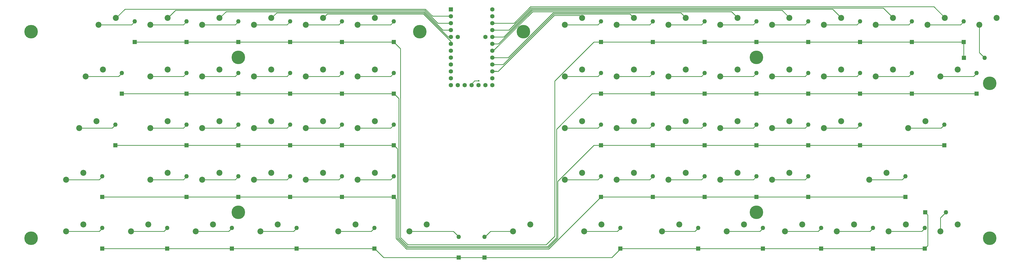
<source format=gtl>
G04 #@! TF.GenerationSoftware,KiCad,Pcbnew,7.0.5*
G04 #@! TF.CreationDate,2023-08-06T16:41:53+02:00*
G04 #@! TF.ProjectId,lumberjack,6c756d62-6572-46a6-9163-6b2e6b696361,1.7*
G04 #@! TF.SameCoordinates,Original*
G04 #@! TF.FileFunction,Copper,L1,Top*
G04 #@! TF.FilePolarity,Positive*
%FSLAX46Y46*%
G04 Gerber Fmt 4.6, Leading zero omitted, Abs format (unit mm)*
G04 Created by KiCad (PCBNEW 7.0.5) date 2023-08-06 16:41:53*
%MOMM*%
%LPD*%
G01*
G04 APERTURE LIST*
G04 #@! TA.AperFunction,ComponentPad*
%ADD10C,2.200000*%
G04 #@! TD*
G04 #@! TA.AperFunction,WasherPad*
%ADD11C,5.000000*%
G04 #@! TD*
G04 #@! TA.AperFunction,ComponentPad*
%ADD12R,1.600000X1.600000*%
G04 #@! TD*
G04 #@! TA.AperFunction,ComponentPad*
%ADD13O,1.600000X1.600000*%
G04 #@! TD*
G04 #@! TA.AperFunction,ComponentPad*
%ADD14C,1.600000*%
G04 #@! TD*
G04 #@! TA.AperFunction,ViaPad*
%ADD15C,0.600000*%
G04 #@! TD*
G04 #@! TA.AperFunction,Conductor*
%ADD16C,0.250000*%
G04 #@! TD*
G04 APERTURE END LIST*
D10*
X269240000Y-90170000D03*
X262890000Y-92710000D03*
X331152500Y-52070000D03*
X324802500Y-54610000D03*
X193040000Y-52070000D03*
X186690000Y-54610000D03*
X81121250Y-109220000D03*
X74771250Y-111760000D03*
X116840000Y-71120000D03*
X110490000Y-73660000D03*
X250190000Y-71120000D03*
X243840000Y-73660000D03*
X193040000Y-90170000D03*
X186690000Y-92710000D03*
X319246250Y-71120000D03*
X312896250Y-73660000D03*
X59690000Y-33020000D03*
X53340000Y-35560000D03*
X331152500Y-109220000D03*
X324802500Y-111760000D03*
D11*
X133350000Y-38100000D03*
D10*
X250190000Y-33020000D03*
X243840000Y-35560000D03*
X228758750Y-109220000D03*
X222408750Y-111760000D03*
D12*
X157162500Y-121410000D03*
D13*
X157162500Y-113790000D03*
D10*
X269240000Y-52070000D03*
X262890000Y-54610000D03*
D14*
X152400000Y-57805000D03*
D12*
X144780000Y-29865000D03*
D14*
X144780000Y-32405000D03*
X144780000Y-34945000D03*
X144780000Y-37485000D03*
X144780000Y-40025000D03*
X144780000Y-42565000D03*
X144780000Y-45105000D03*
X144780000Y-47645000D03*
X144780000Y-50185000D03*
X144780000Y-52725000D03*
X144780000Y-55265000D03*
X144780000Y-57805000D03*
X147320000Y-57805000D03*
X149860000Y-57805000D03*
X154940000Y-57805000D03*
X157480000Y-57805000D03*
X160020000Y-57805000D03*
X160020000Y-55265000D03*
X160020000Y-52725000D03*
X160020000Y-50185000D03*
X160020000Y-47645000D03*
X160020000Y-45105000D03*
X160020000Y-42565000D03*
X160020000Y-40025000D03*
X160020000Y-37485000D03*
X160020000Y-34945000D03*
X160020000Y-32405000D03*
X160020000Y-29865000D03*
X147320000Y-40025000D03*
X157480000Y-40025000D03*
D10*
X307340000Y-33020000D03*
X300990000Y-35560000D03*
D11*
X66675000Y-104775000D03*
D10*
X57308750Y-109220000D03*
X50958750Y-111760000D03*
X116840000Y-90170000D03*
X110490000Y-92710000D03*
X59690000Y-90170000D03*
X53340000Y-92710000D03*
D11*
X257175000Y-104775000D03*
D10*
X212090000Y-52070000D03*
X205740000Y-54610000D03*
D11*
X342900000Y-114300000D03*
D10*
X304958750Y-90170000D03*
X298608750Y-92710000D03*
X78740000Y-90170000D03*
X72390000Y-92710000D03*
X78740000Y-52070000D03*
X72390000Y-54610000D03*
X212090000Y-90170000D03*
X205740000Y-92710000D03*
X307340000Y-52070000D03*
X300990000Y-54610000D03*
X231140000Y-33020000D03*
X224790000Y-35560000D03*
X269240000Y-33020000D03*
X262890000Y-35560000D03*
X78740000Y-71120000D03*
X72390000Y-73660000D03*
X288290000Y-33020000D03*
X281940000Y-35560000D03*
D11*
X171450000Y-38100000D03*
D10*
X59690000Y-71120000D03*
X53340000Y-73660000D03*
X9683750Y-90170000D03*
X3333750Y-92710000D03*
X173990000Y-109220000D03*
X167640000Y-111760000D03*
X97790000Y-90170000D03*
X91440000Y-92710000D03*
X193040000Y-71120000D03*
X186690000Y-73660000D03*
X116840000Y-33020000D03*
X110490000Y-35560000D03*
X326390000Y-33020000D03*
X320040000Y-35560000D03*
X33496250Y-109220000D03*
X27146250Y-111760000D03*
X40640000Y-71120000D03*
X34290000Y-73660000D03*
D11*
X-9525000Y-38100000D03*
D10*
X40640000Y-33020000D03*
X34290000Y-35560000D03*
X97790000Y-71120000D03*
X91440000Y-73660000D03*
X288290000Y-71120000D03*
X281940000Y-73660000D03*
X252571250Y-109220000D03*
X246221250Y-111760000D03*
X14446250Y-71120000D03*
X8096250Y-73660000D03*
X293052500Y-109220000D03*
X286702500Y-111760000D03*
X97790000Y-52070000D03*
X91440000Y-54610000D03*
X21590000Y-33020000D03*
X15240000Y-35560000D03*
D11*
X66675000Y-47625000D03*
D10*
X231140000Y-71120000D03*
X224790000Y-73660000D03*
D12*
X147637500Y-121410000D03*
D13*
X147637500Y-113790000D03*
D10*
X200183750Y-109220000D03*
X193833750Y-111760000D03*
D11*
X257175000Y-47625000D03*
D10*
X109696250Y-109220000D03*
X103346250Y-111760000D03*
X274002500Y-109220000D03*
X267652500Y-111760000D03*
X40640000Y-52070000D03*
X34290000Y-54610000D03*
X9683750Y-109220000D03*
X3333750Y-111760000D03*
X345440000Y-33020000D03*
X339090000Y-35560000D03*
X231140000Y-90170000D03*
X224790000Y-92710000D03*
X40640000Y-90170000D03*
X34290000Y-92710000D03*
X212090000Y-33020000D03*
X205740000Y-35560000D03*
X288290000Y-52070000D03*
X281940000Y-54610000D03*
X97790000Y-33020000D03*
X91440000Y-35560000D03*
D11*
X-9525000Y-114300000D03*
D10*
X78740000Y-33020000D03*
X72390000Y-35560000D03*
X250190000Y-52070000D03*
X243840000Y-54610000D03*
X135890000Y-109220000D03*
X129540000Y-111760000D03*
X212090000Y-71120000D03*
X205740000Y-73660000D03*
D11*
X342900000Y-57150000D03*
D10*
X231140000Y-52070000D03*
X224790000Y-54610000D03*
X250190000Y-90170000D03*
X243840000Y-92710000D03*
X16827500Y-52070000D03*
X10477500Y-54610000D03*
X269240000Y-71120000D03*
X262890000Y-73660000D03*
X116840000Y-52070000D03*
X110490000Y-54610000D03*
X193040000Y-33020000D03*
X186690000Y-35560000D03*
X59690000Y-52070000D03*
X53340000Y-54610000D03*
X312102500Y-109220000D03*
X305752500Y-111760000D03*
D12*
X104730500Y-41929000D03*
D13*
X104730500Y-34309000D03*
D12*
X219030500Y-99079000D03*
D13*
X219030500Y-91459000D03*
D12*
X123780500Y-60979000D03*
D13*
X123780500Y-53359000D03*
D12*
X314280500Y-60979000D03*
D13*
X314280500Y-53359000D03*
D12*
X333330500Y-41929000D03*
D13*
X333330500Y-34309000D03*
D12*
X85680500Y-60979000D03*
D13*
X85680500Y-53359000D03*
D12*
X199980500Y-41929000D03*
D13*
X199980500Y-34309000D03*
D12*
X47580500Y-99079000D03*
D13*
X47580500Y-91459000D03*
D12*
X40436750Y-118129000D03*
D13*
X40436750Y-110509000D03*
D12*
X47580500Y-60979000D03*
D13*
X47580500Y-53359000D03*
D12*
X276180500Y-99079000D03*
D13*
X276180500Y-91459000D03*
D12*
X219030500Y-60979000D03*
D13*
X219030500Y-53359000D03*
D12*
X238080500Y-99079000D03*
D13*
X238080500Y-91459000D03*
D12*
X338093000Y-60979000D03*
D13*
X338093000Y-53359000D03*
D12*
X23768000Y-60979000D03*
D13*
X23768000Y-53359000D03*
D12*
X104730500Y-60979000D03*
D13*
X104730500Y-53359000D03*
D12*
X21386750Y-80029000D03*
D13*
X21386750Y-72409000D03*
D12*
X299993000Y-118129000D03*
D13*
X299993000Y-110509000D03*
D12*
X64249250Y-118129000D03*
D13*
X64249250Y-110509000D03*
D12*
X257130500Y-60979000D03*
D13*
X257130500Y-53359000D03*
D12*
X199980500Y-99079000D03*
D13*
X199980500Y-91459000D03*
D12*
X47580500Y-41929000D03*
D13*
X47580500Y-34309000D03*
D12*
X85680500Y-41929000D03*
D13*
X85680500Y-34309000D03*
D12*
X47580500Y-80029000D03*
D13*
X47580500Y-72409000D03*
D12*
X85680500Y-99079000D03*
D13*
X85680500Y-91459000D03*
D12*
X295230500Y-80029000D03*
D13*
X295230500Y-72409000D03*
D12*
X276180500Y-60979000D03*
D13*
X276180500Y-53359000D03*
D12*
X66630500Y-41929000D03*
D13*
X66630500Y-34309000D03*
D12*
X219030500Y-80029000D03*
D13*
X219030500Y-72409000D03*
D12*
X276180500Y-80029000D03*
D13*
X276180500Y-72409000D03*
D12*
X311899250Y-99079000D03*
D13*
X311899250Y-91459000D03*
D12*
X219030500Y-41929000D03*
D13*
X219030500Y-34309000D03*
D12*
X28530500Y-41929000D03*
D13*
X28530500Y-34309000D03*
D12*
X88061750Y-118129000D03*
D13*
X88061750Y-110509000D03*
D12*
X333440000Y-47750000D03*
D13*
X341060000Y-47750000D03*
D12*
X257130500Y-99079000D03*
D13*
X257130500Y-91459000D03*
X326810000Y-104750000D03*
D12*
X319190000Y-104750000D03*
X238080500Y-60979000D03*
D13*
X238080500Y-53359000D03*
D12*
X319043000Y-118129000D03*
D13*
X319043000Y-110509000D03*
D12*
X257130500Y-41929000D03*
D13*
X257130500Y-34309000D03*
D12*
X104730500Y-99079000D03*
D13*
X104730500Y-91459000D03*
D12*
X295230500Y-60979000D03*
D13*
X295230500Y-53359000D03*
D12*
X123780500Y-80029000D03*
D13*
X123780500Y-72409000D03*
D12*
X66630500Y-80029000D03*
D13*
X66630500Y-72409000D03*
D12*
X207124250Y-118129000D03*
D13*
X207124250Y-110509000D03*
D12*
X257130500Y-80029000D03*
D13*
X257130500Y-72409000D03*
D12*
X280943000Y-118129000D03*
D13*
X280943000Y-110509000D03*
D12*
X235699250Y-118129000D03*
D13*
X235699250Y-110509000D03*
D12*
X238080500Y-80029000D03*
D13*
X238080500Y-72409000D03*
D12*
X199980500Y-80029000D03*
D13*
X199980500Y-72409000D03*
D12*
X85680500Y-80029000D03*
D13*
X85680500Y-72409000D03*
D12*
X66630500Y-60979000D03*
D13*
X66630500Y-53359000D03*
D12*
X104730500Y-80029000D03*
D13*
X104730500Y-72409000D03*
D12*
X314280500Y-41929000D03*
D13*
X314280500Y-34309000D03*
D12*
X16624250Y-99079000D03*
D13*
X16624250Y-91459000D03*
D12*
X123780500Y-41929000D03*
D13*
X123780500Y-34309000D03*
D12*
X123780500Y-99079000D03*
D13*
X123780500Y-91459000D03*
D12*
X259511750Y-118129000D03*
D13*
X259511750Y-110509000D03*
D12*
X238080500Y-41929000D03*
D13*
X238080500Y-34309000D03*
D12*
X116636750Y-118129000D03*
D13*
X116636750Y-110509000D03*
D12*
X276180500Y-41929000D03*
D13*
X276180500Y-34309000D03*
D12*
X295230500Y-41929000D03*
D13*
X295230500Y-34309000D03*
D12*
X16624250Y-118129000D03*
D13*
X16624250Y-110509000D03*
D12*
X199980500Y-60979000D03*
D13*
X199980500Y-53359000D03*
D12*
X326186750Y-80029000D03*
D13*
X326186750Y-72409000D03*
D12*
X66630500Y-99079000D03*
D13*
X66630500Y-91459000D03*
D15*
X155067502Y-56247500D03*
D16*
X324802500Y-106757500D02*
X326810000Y-104750000D01*
X324802500Y-111760000D02*
X324802500Y-106757500D01*
X320168000Y-105728000D02*
X319190000Y-104750000D01*
X320168000Y-117004000D02*
X320168000Y-105728000D01*
X319043000Y-118129000D02*
X320168000Y-117004000D01*
X126250000Y-114012412D02*
X126250000Y-44398500D01*
X183000000Y-56284745D02*
X183000000Y-113500000D01*
X183000000Y-113500000D02*
X179825000Y-116675000D01*
X128912588Y-116675000D02*
X126250000Y-114012412D01*
X126250000Y-44398500D02*
X123780500Y-41929000D01*
X197355745Y-41929000D02*
X183000000Y-56284745D01*
X179825000Y-116675000D02*
X128912588Y-116675000D01*
X199980500Y-41929000D02*
X197355745Y-41929000D01*
X199980500Y-41929000D02*
X219030500Y-41929000D01*
X219030500Y-41929000D02*
X238080500Y-41929000D01*
X238080500Y-41929000D02*
X257130500Y-41929000D01*
X257130500Y-41929000D02*
X276180500Y-41929000D01*
X276180500Y-41929000D02*
X295230500Y-41929000D01*
X295230500Y-41929000D02*
X314280500Y-41929000D01*
X333330500Y-41929000D02*
X314280500Y-41929000D01*
X339090000Y-35560000D02*
X339090000Y-45780000D01*
X339090000Y-45780000D02*
X341060000Y-47750000D01*
X333330500Y-47640500D02*
X333440000Y-47750000D01*
X333330500Y-41929000D02*
X333330500Y-47640500D01*
X123908250Y-41929000D02*
X28658250Y-41929000D01*
X27407250Y-35560000D02*
X15367750Y-35560000D01*
X28658250Y-34309000D02*
X27407250Y-35560000D01*
X183627750Y-74072250D02*
X196721000Y-60979000D01*
X196721000Y-60979000D02*
X338220750Y-60979000D01*
X125627750Y-114136396D02*
X128841354Y-117350000D01*
X123908250Y-60979000D02*
X125627750Y-62698500D01*
X125627750Y-62698500D02*
X125627750Y-114136396D01*
X23895750Y-60979000D02*
X123908250Y-60979000D01*
X128841354Y-117350000D02*
X180414146Y-117350000D01*
X183627750Y-114136396D02*
X183627750Y-74072250D01*
X180414146Y-117350000D02*
X183627750Y-114136396D01*
X47708250Y-34309000D02*
X46457250Y-35560000D01*
X46457250Y-35560000D02*
X34417750Y-35560000D01*
X184100000Y-114300542D02*
X184100000Y-93284745D01*
X128654958Y-117800000D02*
X180600542Y-117800000D01*
X125127750Y-81248500D02*
X125127750Y-114272792D01*
X197355745Y-80029000D02*
X326314500Y-80029000D01*
X123908250Y-80029000D02*
X125127750Y-81248500D01*
X125127750Y-114272792D02*
X128654958Y-117800000D01*
X180600542Y-117800000D02*
X184100000Y-114300542D01*
X21514500Y-80029000D02*
X123908250Y-80029000D01*
X184100000Y-93284745D02*
X197355745Y-80029000D01*
X66758250Y-34309000D02*
X65507250Y-35560000D01*
X65507250Y-35560000D02*
X53467750Y-35560000D01*
X128468562Y-118250000D02*
X180786938Y-118250000D01*
X199957938Y-99079000D02*
X312027000Y-99079000D01*
X180786938Y-118250000D02*
X199957938Y-99079000D01*
X124627750Y-114409188D02*
X128468562Y-118250000D01*
X123908250Y-99079000D02*
X124627750Y-99798500D01*
X16752000Y-99079000D02*
X123908250Y-99079000D01*
X124627750Y-99798500D02*
X124627750Y-114409188D01*
X84557250Y-35560000D02*
X72517750Y-35560000D01*
X85808250Y-34309000D02*
X84557250Y-35560000D01*
X300120750Y-118129000D02*
X319170750Y-118129000D01*
X40564500Y-118129000D02*
X64377000Y-118129000D01*
X259639500Y-118129000D02*
X281070750Y-118129000D01*
X116764500Y-118129000D02*
X120045500Y-121410000D01*
X203971000Y-121410000D02*
X207252000Y-118129000D01*
X88189500Y-118129000D02*
X116764500Y-118129000D01*
X207252000Y-118129000D02*
X235827000Y-118129000D01*
X281070750Y-118129000D02*
X300120750Y-118129000D01*
X235827000Y-118129000D02*
X259639500Y-118129000D01*
X16752000Y-118129000D02*
X40564500Y-118129000D01*
X157290250Y-121410000D02*
X203971000Y-121410000D01*
X147765250Y-121410000D02*
X157290250Y-121410000D01*
X64377000Y-118129000D02*
X88189500Y-118129000D01*
X120045500Y-121410000D02*
X147765250Y-121410000D01*
X103607250Y-35560000D02*
X91567750Y-35560000D01*
X104858250Y-34309000D02*
X103607250Y-35560000D01*
X123908250Y-34309000D02*
X122657250Y-35560000D01*
X122657250Y-35560000D02*
X110617750Y-35560000D01*
X200108250Y-34309000D02*
X198857250Y-35560000D01*
X198857250Y-35560000D02*
X186817750Y-35560000D01*
X217907250Y-35560000D02*
X205867750Y-35560000D01*
X219158250Y-34309000D02*
X217907250Y-35560000D01*
X236957250Y-35560000D02*
X224917750Y-35560000D01*
X238208250Y-34309000D02*
X236957250Y-35560000D01*
X256007250Y-35560000D02*
X243967750Y-35560000D01*
X257258250Y-34309000D02*
X256007250Y-35560000D01*
X275057250Y-35560000D02*
X263017750Y-35560000D01*
X276308250Y-34309000D02*
X275057250Y-35560000D01*
X294107250Y-35560000D02*
X282067750Y-35560000D01*
X295358250Y-34309000D02*
X294107250Y-35560000D01*
X313157250Y-35560000D02*
X301117750Y-35560000D01*
X314408250Y-34309000D02*
X313157250Y-35560000D01*
X332207250Y-35560000D02*
X320167750Y-35560000D01*
X333458250Y-34309000D02*
X332207250Y-35560000D01*
X22644750Y-54610000D02*
X10605250Y-54610000D01*
X23895750Y-53359000D02*
X22644750Y-54610000D01*
X47708250Y-53359000D02*
X46457250Y-54610000D01*
X46457250Y-54610000D02*
X34417750Y-54610000D01*
X65507250Y-54610000D02*
X53467750Y-54610000D01*
X66758250Y-53359000D02*
X65507250Y-54610000D01*
X85808250Y-53359000D02*
X84557250Y-54610000D01*
X84557250Y-54610000D02*
X72517750Y-54610000D01*
X103607250Y-54610000D02*
X91567750Y-54610000D01*
X104858250Y-53359000D02*
X103607250Y-54610000D01*
X123908250Y-53359000D02*
X122657250Y-54610000D01*
X122657250Y-54610000D02*
X110617750Y-54610000D01*
X198857250Y-54610000D02*
X186817750Y-54610000D01*
X200108250Y-53359000D02*
X198857250Y-54610000D01*
X217907250Y-54610000D02*
X205867750Y-54610000D01*
X219158250Y-53359000D02*
X217907250Y-54610000D01*
X238208250Y-53359000D02*
X236957250Y-54610000D01*
X236957250Y-54610000D02*
X224917750Y-54610000D01*
X257258250Y-53359000D02*
X256007250Y-54610000D01*
X256007250Y-54610000D02*
X243967750Y-54610000D01*
X275057250Y-54610000D02*
X263017750Y-54610000D01*
X276308250Y-53359000D02*
X275057250Y-54610000D01*
X294107250Y-54610000D02*
X282067750Y-54610000D01*
X295358250Y-53359000D02*
X294107250Y-54610000D01*
X313157250Y-54610000D02*
X301117750Y-54610000D01*
X314408250Y-53359000D02*
X313157250Y-54610000D01*
X336969750Y-54610000D02*
X324930250Y-54610000D01*
X338220750Y-53359000D02*
X336969750Y-54610000D01*
X20263500Y-73660000D02*
X8224000Y-73660000D01*
X21514500Y-72409000D02*
X20263500Y-73660000D01*
X46457250Y-73660000D02*
X34417750Y-73660000D01*
X47708250Y-72409000D02*
X46457250Y-73660000D01*
X65507250Y-73660000D02*
X53467750Y-73660000D01*
X66758250Y-72409000D02*
X65507250Y-73660000D01*
X84557250Y-73660000D02*
X72517750Y-73660000D01*
X85808250Y-72409000D02*
X84557250Y-73660000D01*
X103607250Y-73660000D02*
X91567750Y-73660000D01*
X104858250Y-72409000D02*
X103607250Y-73660000D01*
X123908250Y-72409000D02*
X122657250Y-73660000D01*
X122657250Y-73660000D02*
X110617750Y-73660000D01*
X198857250Y-73660000D02*
X186817750Y-73660000D01*
X200108250Y-72409000D02*
X198857250Y-73660000D01*
X217907250Y-73660000D02*
X205867750Y-73660000D01*
X219158250Y-72409000D02*
X217907250Y-73660000D01*
X238208250Y-72409000D02*
X236957250Y-73660000D01*
X236957250Y-73660000D02*
X224917750Y-73660000D01*
X257258250Y-72409000D02*
X256007250Y-73660000D01*
X256007250Y-73660000D02*
X243967750Y-73660000D01*
X276308250Y-72409000D02*
X275057250Y-73660000D01*
X275057250Y-73660000D02*
X263017750Y-73660000D01*
X295358250Y-72409000D02*
X294107250Y-73660000D01*
X294107250Y-73660000D02*
X282067750Y-73660000D01*
X325063500Y-73660000D02*
X313024000Y-73660000D01*
X326314500Y-72409000D02*
X325063500Y-73660000D01*
X15501000Y-92710000D02*
X3461500Y-92710000D01*
X16752000Y-91459000D02*
X15501000Y-92710000D01*
X46457250Y-92710000D02*
X34417750Y-92710000D01*
X47708250Y-91459000D02*
X46457250Y-92710000D01*
X65507250Y-92710000D02*
X53467750Y-92710000D01*
X66758250Y-91459000D02*
X65507250Y-92710000D01*
X84557250Y-92710000D02*
X72517750Y-92710000D01*
X85808250Y-91459000D02*
X84557250Y-92710000D01*
X103607250Y-92710000D02*
X91567750Y-92710000D01*
X104858250Y-91459000D02*
X103607250Y-92710000D01*
X123908250Y-91459000D02*
X122657250Y-92710000D01*
X122657250Y-92710000D02*
X110617750Y-92710000D01*
X198857250Y-92710000D02*
X186817750Y-92710000D01*
X200108250Y-91459000D02*
X198857250Y-92710000D01*
X217907250Y-92710000D02*
X205867750Y-92710000D01*
X219158250Y-91459000D02*
X217907250Y-92710000D01*
X238208250Y-91459000D02*
X236957250Y-92710000D01*
X236957250Y-92710000D02*
X224917750Y-92710000D01*
X256007250Y-92710000D02*
X243967750Y-92710000D01*
X257258250Y-91459000D02*
X256007250Y-92710000D01*
X276308250Y-91459000D02*
X275057250Y-92710000D01*
X275057250Y-92710000D02*
X263017750Y-92710000D01*
X310776000Y-92710000D02*
X298736500Y-92710000D01*
X312027000Y-91459000D02*
X310776000Y-92710000D01*
X16752000Y-110509000D02*
X15501000Y-111760000D01*
X15501000Y-111760000D02*
X3461500Y-111760000D01*
X39313500Y-111760000D02*
X27274000Y-111760000D01*
X40564500Y-110509000D02*
X39313500Y-111760000D01*
X64377000Y-110509000D02*
X63126000Y-111760000D01*
X63126000Y-111760000D02*
X51086500Y-111760000D01*
X86938500Y-111760000D02*
X74899000Y-111760000D01*
X88189500Y-110509000D02*
X86938500Y-111760000D01*
X115513500Y-111760000D02*
X103474000Y-111760000D01*
X116764500Y-110509000D02*
X115513500Y-111760000D01*
X129667750Y-111760000D02*
X145735250Y-111760000D01*
X145735250Y-111760000D02*
X147765250Y-113790000D01*
X159320250Y-111760000D02*
X167767750Y-111760000D01*
X157290250Y-113790000D02*
X159320250Y-111760000D01*
X207252000Y-110509000D02*
X206001000Y-111760000D01*
X206001000Y-111760000D02*
X193961500Y-111760000D01*
X234576000Y-111760000D02*
X222536500Y-111760000D01*
X235827000Y-110509000D02*
X234576000Y-111760000D01*
X259639500Y-110509000D02*
X258388500Y-111760000D01*
X258388500Y-111760000D02*
X246349000Y-111760000D01*
X281070750Y-110509000D02*
X279819750Y-111760000D01*
X279819750Y-111760000D02*
X267780250Y-111760000D01*
X300120750Y-110509000D02*
X298869750Y-111760000D01*
X298869750Y-111760000D02*
X286830250Y-111760000D01*
X24942750Y-29795000D02*
X135427792Y-29795000D01*
X135427792Y-29795000D02*
X138012792Y-32380000D01*
X21717750Y-33020000D02*
X24942750Y-29795000D01*
X138012792Y-32380000D02*
X145087750Y-32380000D01*
X139941396Y-34945000D02*
X135241396Y-30245000D01*
X135241396Y-30245000D02*
X43542750Y-30245000D01*
X43542750Y-30245000D02*
X40767750Y-33020000D01*
X144780000Y-34945000D02*
X139941396Y-34945000D01*
X62142750Y-30695000D02*
X59817750Y-33020000D01*
X135055000Y-30695000D02*
X62142750Y-30695000D01*
X144780000Y-37485000D02*
X141845000Y-37485000D01*
X141845000Y-37485000D02*
X135055000Y-30695000D01*
X143748604Y-40025000D02*
X134868604Y-31145000D01*
X144780000Y-40025000D02*
X143748604Y-40025000D01*
X80742750Y-31145000D02*
X78867750Y-33020000D01*
X134868604Y-31145000D02*
X80742750Y-31145000D01*
X134682208Y-31595000D02*
X99342750Y-31595000D01*
X144780000Y-42565000D02*
X144780000Y-41692792D01*
X144780000Y-41692792D02*
X134682208Y-31595000D01*
X99342750Y-31595000D02*
X97917750Y-33020000D01*
X192120000Y-32100000D02*
X193040000Y-33020000D01*
X160020000Y-52725000D02*
X162175000Y-52725000D01*
X159667500Y-52647500D02*
X161667500Y-52647500D01*
X162175000Y-52725000D02*
X182800000Y-32100000D01*
X182800000Y-32100000D02*
X192120000Y-32100000D01*
X210665000Y-31595000D02*
X212090000Y-33020000D01*
X182605000Y-31595000D02*
X210665000Y-31595000D01*
X164015000Y-50185000D02*
X182605000Y-31595000D01*
X160020000Y-50185000D02*
X164015000Y-50185000D01*
X229392750Y-31145000D02*
X231267750Y-33020000D01*
X182400154Y-31145000D02*
X229392750Y-31145000D01*
X165900154Y-47645000D02*
X182400154Y-31145000D01*
X160020000Y-47645000D02*
X165900154Y-47645000D01*
X174850584Y-30695000D02*
X247992750Y-30695000D01*
X160465584Y-45080000D02*
X174850584Y-30695000D01*
X247992750Y-30695000D02*
X250317750Y-33020000D01*
X160020000Y-42565000D02*
X162344188Y-42565000D01*
X162344188Y-42565000D02*
X174664188Y-30245000D01*
X266592750Y-30245000D02*
X269367750Y-33020000D01*
X174664188Y-30245000D02*
X266592750Y-30245000D01*
X164247792Y-40025000D02*
X174477792Y-29795000D01*
X285192750Y-29795000D02*
X288417750Y-33020000D01*
X160020000Y-40025000D02*
X164247792Y-40025000D01*
X174477792Y-29795000D02*
X285192750Y-29795000D01*
X303792750Y-29345000D02*
X307467750Y-33020000D01*
X166151396Y-37485000D02*
X174291396Y-29345000D01*
X174291396Y-29345000D02*
X303792750Y-29345000D01*
X160020000Y-37485000D02*
X166151396Y-37485000D01*
X322392750Y-28895000D02*
X174105000Y-28895000D01*
X160020000Y-34945000D02*
X168055000Y-34945000D01*
X326517750Y-33020000D02*
X322392750Y-28895000D01*
X168055000Y-34945000D02*
X174105000Y-28895000D01*
X319170750Y-110509000D02*
X317919750Y-111760000D01*
X317919750Y-111760000D02*
X305880250Y-111760000D01*
X153527500Y-56247500D02*
X155067502Y-56247500D01*
X152047500Y-57727500D02*
X153527500Y-56247500D01*
M02*

</source>
